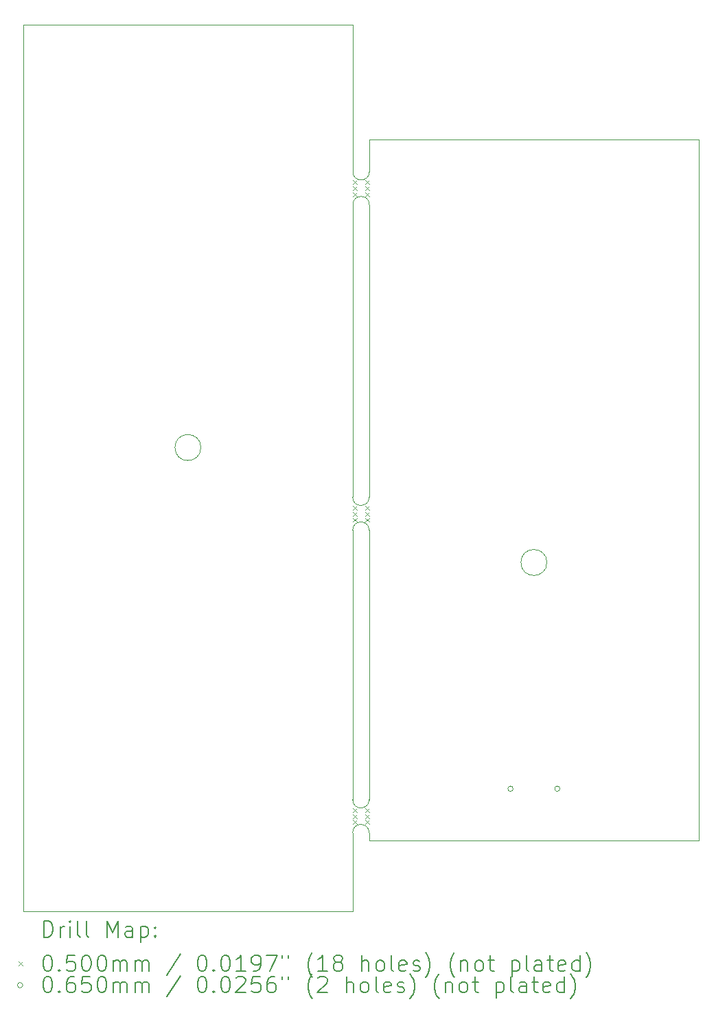
<source format=gbr>
%TF.GenerationSoftware,KiCad,Pcbnew,7.0.9*%
%TF.CreationDate,2023-11-25T16:41:29+01:00*%
%TF.ProjectId,EuroPi-X,4575726f-5069-42d5-982e-6b696361645f,rev?*%
%TF.SameCoordinates,Original*%
%TF.FileFunction,Drillmap*%
%TF.FilePolarity,Positive*%
%FSLAX45Y45*%
G04 Gerber Fmt 4.5, Leading zero omitted, Abs format (unit mm)*
G04 Created by KiCad (PCBNEW 7.0.9) date 2023-11-25 16:41:29*
%MOMM*%
%LPD*%
G01*
G04 APERTURE LIST*
%ADD10C,0.100000*%
%ADD11C,0.200000*%
G04 APERTURE END LIST*
D10*
X4269740Y-1808480D02*
X4267200Y-1416200D01*
X4066540Y-1808480D02*
X4064000Y0D01*
X4064000Y-6225540D02*
X4064000Y-9545320D01*
X4267200Y-9545320D02*
X4267200Y-6225540D01*
X4064000Y-9951720D02*
X4064000Y-10922000D01*
X4267200Y-10052200D02*
X4267200Y-9951720D01*
X4267200Y-9951720D02*
G75*
G03*
X4064000Y-9951720I-101600J0D01*
G01*
X4064000Y-9545320D02*
G75*
G03*
X4267200Y-9545320I101600J0D01*
G01*
X8331200Y-10052200D02*
X4267200Y-10052200D01*
X8331200Y-1416200D02*
X8331200Y-10052200D01*
X4267200Y-1416200D02*
X8331200Y-1416200D01*
X4269740Y-2214880D02*
X4267200Y-5819140D01*
X4066540Y-2214880D02*
X4064000Y-5819140D01*
X4064000Y-5819140D02*
G75*
G03*
X4267200Y-5819140I101600J0D01*
G01*
X4267200Y-6225540D02*
G75*
G03*
X4064000Y-6225540I-101600J0D01*
G01*
X4269740Y-2214880D02*
G75*
G03*
X4066540Y-2214880I-101600J0D01*
G01*
X4066540Y-1808480D02*
G75*
G03*
X4269740Y-1808480I101600J0D01*
G01*
X0Y-10922000D02*
X0Y0D01*
X6459200Y-6623200D02*
G75*
G03*
X6459200Y-6623200I-160000J0D01*
G01*
X2192000Y-5207000D02*
G75*
G03*
X2192000Y-5207000I-160000J0D01*
G01*
X0Y0D02*
X4064000Y0D01*
X4064000Y-10922000D02*
X0Y-10922000D01*
D11*
D10*
X4065600Y-9648520D02*
X4115600Y-9698520D01*
X4115600Y-9648520D02*
X4065600Y-9698520D01*
X4065600Y-9723520D02*
X4115600Y-9773520D01*
X4115600Y-9723520D02*
X4065600Y-9773520D01*
X4065600Y-9798520D02*
X4115600Y-9848520D01*
X4115600Y-9798520D02*
X4065600Y-9848520D01*
X4066800Y-1915560D02*
X4116800Y-1965560D01*
X4116800Y-1915560D02*
X4066800Y-1965560D01*
X4066800Y-1990560D02*
X4116800Y-2040560D01*
X4116800Y-1990560D02*
X4066800Y-2040560D01*
X4066800Y-2065560D02*
X4116800Y-2115560D01*
X4116800Y-2065560D02*
X4066800Y-2115560D01*
X4066800Y-5923680D02*
X4116800Y-5973680D01*
X4116800Y-5923680D02*
X4066800Y-5973680D01*
X4066800Y-5998680D02*
X4116800Y-6048680D01*
X4116800Y-5998680D02*
X4066800Y-6048680D01*
X4066800Y-6073680D02*
X4116800Y-6123680D01*
X4116800Y-6073680D02*
X4066800Y-6123680D01*
X4215600Y-9648520D02*
X4265600Y-9698520D01*
X4265600Y-9648520D02*
X4215600Y-9698520D01*
X4215600Y-9723520D02*
X4265600Y-9773520D01*
X4265600Y-9723520D02*
X4215600Y-9773520D01*
X4215600Y-9798520D02*
X4265600Y-9848520D01*
X4265600Y-9798520D02*
X4215600Y-9848520D01*
X4216800Y-1915560D02*
X4266800Y-1965560D01*
X4266800Y-1915560D02*
X4216800Y-1965560D01*
X4216800Y-1990560D02*
X4266800Y-2040560D01*
X4266800Y-1990560D02*
X4216800Y-2040560D01*
X4216800Y-2065560D02*
X4266800Y-2115560D01*
X4266800Y-2065560D02*
X4216800Y-2115560D01*
X4216800Y-5923680D02*
X4266800Y-5973680D01*
X4266800Y-5923680D02*
X4216800Y-5973680D01*
X4216800Y-5998680D02*
X4266800Y-6048680D01*
X4266800Y-5998680D02*
X4216800Y-6048680D01*
X4216800Y-6073680D02*
X4266800Y-6123680D01*
X4266800Y-6073680D02*
X4216800Y-6123680D01*
X6042700Y-9410700D02*
G75*
G03*
X6042700Y-9410700I-32500J0D01*
G01*
X6620700Y-9410700D02*
G75*
G03*
X6620700Y-9410700I-32500J0D01*
G01*
D11*
X255777Y-11238484D02*
X255777Y-11038484D01*
X255777Y-11038484D02*
X303396Y-11038484D01*
X303396Y-11038484D02*
X331967Y-11048008D01*
X331967Y-11048008D02*
X351015Y-11067055D01*
X351015Y-11067055D02*
X360539Y-11086103D01*
X360539Y-11086103D02*
X370062Y-11124198D01*
X370062Y-11124198D02*
X370062Y-11152770D01*
X370062Y-11152770D02*
X360539Y-11190865D01*
X360539Y-11190865D02*
X351015Y-11209912D01*
X351015Y-11209912D02*
X331967Y-11228960D01*
X331967Y-11228960D02*
X303396Y-11238484D01*
X303396Y-11238484D02*
X255777Y-11238484D01*
X455777Y-11238484D02*
X455777Y-11105150D01*
X455777Y-11143246D02*
X465301Y-11124198D01*
X465301Y-11124198D02*
X474824Y-11114674D01*
X474824Y-11114674D02*
X493872Y-11105150D01*
X493872Y-11105150D02*
X512920Y-11105150D01*
X579586Y-11238484D02*
X579586Y-11105150D01*
X579586Y-11038484D02*
X570063Y-11048008D01*
X570063Y-11048008D02*
X579586Y-11057531D01*
X579586Y-11057531D02*
X589110Y-11048008D01*
X589110Y-11048008D02*
X579586Y-11038484D01*
X579586Y-11038484D02*
X579586Y-11057531D01*
X703396Y-11238484D02*
X684348Y-11228960D01*
X684348Y-11228960D02*
X674824Y-11209912D01*
X674824Y-11209912D02*
X674824Y-11038484D01*
X808158Y-11238484D02*
X789110Y-11228960D01*
X789110Y-11228960D02*
X779586Y-11209912D01*
X779586Y-11209912D02*
X779586Y-11038484D01*
X1036729Y-11238484D02*
X1036729Y-11038484D01*
X1036729Y-11038484D02*
X1103396Y-11181341D01*
X1103396Y-11181341D02*
X1170063Y-11038484D01*
X1170063Y-11038484D02*
X1170063Y-11238484D01*
X1351015Y-11238484D02*
X1351015Y-11133722D01*
X1351015Y-11133722D02*
X1341491Y-11114674D01*
X1341491Y-11114674D02*
X1322444Y-11105150D01*
X1322444Y-11105150D02*
X1284348Y-11105150D01*
X1284348Y-11105150D02*
X1265301Y-11114674D01*
X1351015Y-11228960D02*
X1331967Y-11238484D01*
X1331967Y-11238484D02*
X1284348Y-11238484D01*
X1284348Y-11238484D02*
X1265301Y-11228960D01*
X1265301Y-11228960D02*
X1255777Y-11209912D01*
X1255777Y-11209912D02*
X1255777Y-11190865D01*
X1255777Y-11190865D02*
X1265301Y-11171817D01*
X1265301Y-11171817D02*
X1284348Y-11162293D01*
X1284348Y-11162293D02*
X1331967Y-11162293D01*
X1331967Y-11162293D02*
X1351015Y-11152770D01*
X1446253Y-11105150D02*
X1446253Y-11305150D01*
X1446253Y-11114674D02*
X1465301Y-11105150D01*
X1465301Y-11105150D02*
X1503396Y-11105150D01*
X1503396Y-11105150D02*
X1522443Y-11114674D01*
X1522443Y-11114674D02*
X1531967Y-11124198D01*
X1531967Y-11124198D02*
X1541491Y-11143246D01*
X1541491Y-11143246D02*
X1541491Y-11200388D01*
X1541491Y-11200388D02*
X1531967Y-11219436D01*
X1531967Y-11219436D02*
X1522443Y-11228960D01*
X1522443Y-11228960D02*
X1503396Y-11238484D01*
X1503396Y-11238484D02*
X1465301Y-11238484D01*
X1465301Y-11238484D02*
X1446253Y-11228960D01*
X1627205Y-11219436D02*
X1636729Y-11228960D01*
X1636729Y-11228960D02*
X1627205Y-11238484D01*
X1627205Y-11238484D02*
X1617682Y-11228960D01*
X1617682Y-11228960D02*
X1627205Y-11219436D01*
X1627205Y-11219436D02*
X1627205Y-11238484D01*
X1627205Y-11114674D02*
X1636729Y-11124198D01*
X1636729Y-11124198D02*
X1627205Y-11133722D01*
X1627205Y-11133722D02*
X1617682Y-11124198D01*
X1617682Y-11124198D02*
X1627205Y-11114674D01*
X1627205Y-11114674D02*
X1627205Y-11133722D01*
D10*
X-55000Y-11542000D02*
X-5000Y-11592000D01*
X-5000Y-11542000D02*
X-55000Y-11592000D01*
D11*
X293872Y-11458484D02*
X312920Y-11458484D01*
X312920Y-11458484D02*
X331967Y-11468008D01*
X331967Y-11468008D02*
X341491Y-11477531D01*
X341491Y-11477531D02*
X351015Y-11496579D01*
X351015Y-11496579D02*
X360539Y-11534674D01*
X360539Y-11534674D02*
X360539Y-11582293D01*
X360539Y-11582293D02*
X351015Y-11620388D01*
X351015Y-11620388D02*
X341491Y-11639436D01*
X341491Y-11639436D02*
X331967Y-11648960D01*
X331967Y-11648960D02*
X312920Y-11658484D01*
X312920Y-11658484D02*
X293872Y-11658484D01*
X293872Y-11658484D02*
X274824Y-11648960D01*
X274824Y-11648960D02*
X265301Y-11639436D01*
X265301Y-11639436D02*
X255777Y-11620388D01*
X255777Y-11620388D02*
X246253Y-11582293D01*
X246253Y-11582293D02*
X246253Y-11534674D01*
X246253Y-11534674D02*
X255777Y-11496579D01*
X255777Y-11496579D02*
X265301Y-11477531D01*
X265301Y-11477531D02*
X274824Y-11468008D01*
X274824Y-11468008D02*
X293872Y-11458484D01*
X446253Y-11639436D02*
X455777Y-11648960D01*
X455777Y-11648960D02*
X446253Y-11658484D01*
X446253Y-11658484D02*
X436729Y-11648960D01*
X436729Y-11648960D02*
X446253Y-11639436D01*
X446253Y-11639436D02*
X446253Y-11658484D01*
X636729Y-11458484D02*
X541491Y-11458484D01*
X541491Y-11458484D02*
X531967Y-11553722D01*
X531967Y-11553722D02*
X541491Y-11544198D01*
X541491Y-11544198D02*
X560539Y-11534674D01*
X560539Y-11534674D02*
X608158Y-11534674D01*
X608158Y-11534674D02*
X627205Y-11544198D01*
X627205Y-11544198D02*
X636729Y-11553722D01*
X636729Y-11553722D02*
X646253Y-11572769D01*
X646253Y-11572769D02*
X646253Y-11620388D01*
X646253Y-11620388D02*
X636729Y-11639436D01*
X636729Y-11639436D02*
X627205Y-11648960D01*
X627205Y-11648960D02*
X608158Y-11658484D01*
X608158Y-11658484D02*
X560539Y-11658484D01*
X560539Y-11658484D02*
X541491Y-11648960D01*
X541491Y-11648960D02*
X531967Y-11639436D01*
X770062Y-11458484D02*
X789110Y-11458484D01*
X789110Y-11458484D02*
X808158Y-11468008D01*
X808158Y-11468008D02*
X817682Y-11477531D01*
X817682Y-11477531D02*
X827205Y-11496579D01*
X827205Y-11496579D02*
X836729Y-11534674D01*
X836729Y-11534674D02*
X836729Y-11582293D01*
X836729Y-11582293D02*
X827205Y-11620388D01*
X827205Y-11620388D02*
X817682Y-11639436D01*
X817682Y-11639436D02*
X808158Y-11648960D01*
X808158Y-11648960D02*
X789110Y-11658484D01*
X789110Y-11658484D02*
X770062Y-11658484D01*
X770062Y-11658484D02*
X751015Y-11648960D01*
X751015Y-11648960D02*
X741491Y-11639436D01*
X741491Y-11639436D02*
X731967Y-11620388D01*
X731967Y-11620388D02*
X722443Y-11582293D01*
X722443Y-11582293D02*
X722443Y-11534674D01*
X722443Y-11534674D02*
X731967Y-11496579D01*
X731967Y-11496579D02*
X741491Y-11477531D01*
X741491Y-11477531D02*
X751015Y-11468008D01*
X751015Y-11468008D02*
X770062Y-11458484D01*
X960539Y-11458484D02*
X979586Y-11458484D01*
X979586Y-11458484D02*
X998634Y-11468008D01*
X998634Y-11468008D02*
X1008158Y-11477531D01*
X1008158Y-11477531D02*
X1017682Y-11496579D01*
X1017682Y-11496579D02*
X1027205Y-11534674D01*
X1027205Y-11534674D02*
X1027205Y-11582293D01*
X1027205Y-11582293D02*
X1017682Y-11620388D01*
X1017682Y-11620388D02*
X1008158Y-11639436D01*
X1008158Y-11639436D02*
X998634Y-11648960D01*
X998634Y-11648960D02*
X979586Y-11658484D01*
X979586Y-11658484D02*
X960539Y-11658484D01*
X960539Y-11658484D02*
X941491Y-11648960D01*
X941491Y-11648960D02*
X931967Y-11639436D01*
X931967Y-11639436D02*
X922443Y-11620388D01*
X922443Y-11620388D02*
X912920Y-11582293D01*
X912920Y-11582293D02*
X912920Y-11534674D01*
X912920Y-11534674D02*
X922443Y-11496579D01*
X922443Y-11496579D02*
X931967Y-11477531D01*
X931967Y-11477531D02*
X941491Y-11468008D01*
X941491Y-11468008D02*
X960539Y-11458484D01*
X1112920Y-11658484D02*
X1112920Y-11525150D01*
X1112920Y-11544198D02*
X1122444Y-11534674D01*
X1122444Y-11534674D02*
X1141491Y-11525150D01*
X1141491Y-11525150D02*
X1170063Y-11525150D01*
X1170063Y-11525150D02*
X1189110Y-11534674D01*
X1189110Y-11534674D02*
X1198634Y-11553722D01*
X1198634Y-11553722D02*
X1198634Y-11658484D01*
X1198634Y-11553722D02*
X1208158Y-11534674D01*
X1208158Y-11534674D02*
X1227205Y-11525150D01*
X1227205Y-11525150D02*
X1255777Y-11525150D01*
X1255777Y-11525150D02*
X1274825Y-11534674D01*
X1274825Y-11534674D02*
X1284348Y-11553722D01*
X1284348Y-11553722D02*
X1284348Y-11658484D01*
X1379586Y-11658484D02*
X1379586Y-11525150D01*
X1379586Y-11544198D02*
X1389110Y-11534674D01*
X1389110Y-11534674D02*
X1408158Y-11525150D01*
X1408158Y-11525150D02*
X1436729Y-11525150D01*
X1436729Y-11525150D02*
X1455777Y-11534674D01*
X1455777Y-11534674D02*
X1465301Y-11553722D01*
X1465301Y-11553722D02*
X1465301Y-11658484D01*
X1465301Y-11553722D02*
X1474824Y-11534674D01*
X1474824Y-11534674D02*
X1493872Y-11525150D01*
X1493872Y-11525150D02*
X1522443Y-11525150D01*
X1522443Y-11525150D02*
X1541491Y-11534674D01*
X1541491Y-11534674D02*
X1551015Y-11553722D01*
X1551015Y-11553722D02*
X1551015Y-11658484D01*
X1941491Y-11448960D02*
X1770063Y-11706103D01*
X2198634Y-11458484D02*
X2217682Y-11458484D01*
X2217682Y-11458484D02*
X2236729Y-11468008D01*
X2236729Y-11468008D02*
X2246253Y-11477531D01*
X2246253Y-11477531D02*
X2255777Y-11496579D01*
X2255777Y-11496579D02*
X2265301Y-11534674D01*
X2265301Y-11534674D02*
X2265301Y-11582293D01*
X2265301Y-11582293D02*
X2255777Y-11620388D01*
X2255777Y-11620388D02*
X2246253Y-11639436D01*
X2246253Y-11639436D02*
X2236729Y-11648960D01*
X2236729Y-11648960D02*
X2217682Y-11658484D01*
X2217682Y-11658484D02*
X2198634Y-11658484D01*
X2198634Y-11658484D02*
X2179587Y-11648960D01*
X2179587Y-11648960D02*
X2170063Y-11639436D01*
X2170063Y-11639436D02*
X2160539Y-11620388D01*
X2160539Y-11620388D02*
X2151015Y-11582293D01*
X2151015Y-11582293D02*
X2151015Y-11534674D01*
X2151015Y-11534674D02*
X2160539Y-11496579D01*
X2160539Y-11496579D02*
X2170063Y-11477531D01*
X2170063Y-11477531D02*
X2179587Y-11468008D01*
X2179587Y-11468008D02*
X2198634Y-11458484D01*
X2351015Y-11639436D02*
X2360539Y-11648960D01*
X2360539Y-11648960D02*
X2351015Y-11658484D01*
X2351015Y-11658484D02*
X2341491Y-11648960D01*
X2341491Y-11648960D02*
X2351015Y-11639436D01*
X2351015Y-11639436D02*
X2351015Y-11658484D01*
X2484348Y-11458484D02*
X2503396Y-11458484D01*
X2503396Y-11458484D02*
X2522444Y-11468008D01*
X2522444Y-11468008D02*
X2531968Y-11477531D01*
X2531968Y-11477531D02*
X2541491Y-11496579D01*
X2541491Y-11496579D02*
X2551015Y-11534674D01*
X2551015Y-11534674D02*
X2551015Y-11582293D01*
X2551015Y-11582293D02*
X2541491Y-11620388D01*
X2541491Y-11620388D02*
X2531968Y-11639436D01*
X2531968Y-11639436D02*
X2522444Y-11648960D01*
X2522444Y-11648960D02*
X2503396Y-11658484D01*
X2503396Y-11658484D02*
X2484348Y-11658484D01*
X2484348Y-11658484D02*
X2465301Y-11648960D01*
X2465301Y-11648960D02*
X2455777Y-11639436D01*
X2455777Y-11639436D02*
X2446253Y-11620388D01*
X2446253Y-11620388D02*
X2436729Y-11582293D01*
X2436729Y-11582293D02*
X2436729Y-11534674D01*
X2436729Y-11534674D02*
X2446253Y-11496579D01*
X2446253Y-11496579D02*
X2455777Y-11477531D01*
X2455777Y-11477531D02*
X2465301Y-11468008D01*
X2465301Y-11468008D02*
X2484348Y-11458484D01*
X2741491Y-11658484D02*
X2627206Y-11658484D01*
X2684348Y-11658484D02*
X2684348Y-11458484D01*
X2684348Y-11458484D02*
X2665301Y-11487055D01*
X2665301Y-11487055D02*
X2646253Y-11506103D01*
X2646253Y-11506103D02*
X2627206Y-11515627D01*
X2836729Y-11658484D02*
X2874825Y-11658484D01*
X2874825Y-11658484D02*
X2893872Y-11648960D01*
X2893872Y-11648960D02*
X2903396Y-11639436D01*
X2903396Y-11639436D02*
X2922444Y-11610865D01*
X2922444Y-11610865D02*
X2931967Y-11572769D01*
X2931967Y-11572769D02*
X2931967Y-11496579D01*
X2931967Y-11496579D02*
X2922444Y-11477531D01*
X2922444Y-11477531D02*
X2912920Y-11468008D01*
X2912920Y-11468008D02*
X2893872Y-11458484D01*
X2893872Y-11458484D02*
X2855777Y-11458484D01*
X2855777Y-11458484D02*
X2836729Y-11468008D01*
X2836729Y-11468008D02*
X2827206Y-11477531D01*
X2827206Y-11477531D02*
X2817682Y-11496579D01*
X2817682Y-11496579D02*
X2817682Y-11544198D01*
X2817682Y-11544198D02*
X2827206Y-11563246D01*
X2827206Y-11563246D02*
X2836729Y-11572769D01*
X2836729Y-11572769D02*
X2855777Y-11582293D01*
X2855777Y-11582293D02*
X2893872Y-11582293D01*
X2893872Y-11582293D02*
X2912920Y-11572769D01*
X2912920Y-11572769D02*
X2922444Y-11563246D01*
X2922444Y-11563246D02*
X2931967Y-11544198D01*
X2998634Y-11458484D02*
X3131967Y-11458484D01*
X3131967Y-11458484D02*
X3046253Y-11658484D01*
X3198634Y-11458484D02*
X3198634Y-11496579D01*
X3274825Y-11458484D02*
X3274825Y-11496579D01*
X3570063Y-11734674D02*
X3560539Y-11725150D01*
X3560539Y-11725150D02*
X3541491Y-11696579D01*
X3541491Y-11696579D02*
X3531968Y-11677531D01*
X3531968Y-11677531D02*
X3522444Y-11648960D01*
X3522444Y-11648960D02*
X3512920Y-11601341D01*
X3512920Y-11601341D02*
X3512920Y-11563246D01*
X3512920Y-11563246D02*
X3522444Y-11515627D01*
X3522444Y-11515627D02*
X3531968Y-11487055D01*
X3531968Y-11487055D02*
X3541491Y-11468008D01*
X3541491Y-11468008D02*
X3560539Y-11439436D01*
X3560539Y-11439436D02*
X3570063Y-11429912D01*
X3751015Y-11658484D02*
X3636729Y-11658484D01*
X3693872Y-11658484D02*
X3693872Y-11458484D01*
X3693872Y-11458484D02*
X3674825Y-11487055D01*
X3674825Y-11487055D02*
X3655777Y-11506103D01*
X3655777Y-11506103D02*
X3636729Y-11515627D01*
X3865301Y-11544198D02*
X3846253Y-11534674D01*
X3846253Y-11534674D02*
X3836729Y-11525150D01*
X3836729Y-11525150D02*
X3827206Y-11506103D01*
X3827206Y-11506103D02*
X3827206Y-11496579D01*
X3827206Y-11496579D02*
X3836729Y-11477531D01*
X3836729Y-11477531D02*
X3846253Y-11468008D01*
X3846253Y-11468008D02*
X3865301Y-11458484D01*
X3865301Y-11458484D02*
X3903396Y-11458484D01*
X3903396Y-11458484D02*
X3922444Y-11468008D01*
X3922444Y-11468008D02*
X3931968Y-11477531D01*
X3931968Y-11477531D02*
X3941491Y-11496579D01*
X3941491Y-11496579D02*
X3941491Y-11506103D01*
X3941491Y-11506103D02*
X3931968Y-11525150D01*
X3931968Y-11525150D02*
X3922444Y-11534674D01*
X3922444Y-11534674D02*
X3903396Y-11544198D01*
X3903396Y-11544198D02*
X3865301Y-11544198D01*
X3865301Y-11544198D02*
X3846253Y-11553722D01*
X3846253Y-11553722D02*
X3836729Y-11563246D01*
X3836729Y-11563246D02*
X3827206Y-11582293D01*
X3827206Y-11582293D02*
X3827206Y-11620388D01*
X3827206Y-11620388D02*
X3836729Y-11639436D01*
X3836729Y-11639436D02*
X3846253Y-11648960D01*
X3846253Y-11648960D02*
X3865301Y-11658484D01*
X3865301Y-11658484D02*
X3903396Y-11658484D01*
X3903396Y-11658484D02*
X3922444Y-11648960D01*
X3922444Y-11648960D02*
X3931968Y-11639436D01*
X3931968Y-11639436D02*
X3941491Y-11620388D01*
X3941491Y-11620388D02*
X3941491Y-11582293D01*
X3941491Y-11582293D02*
X3931968Y-11563246D01*
X3931968Y-11563246D02*
X3922444Y-11553722D01*
X3922444Y-11553722D02*
X3903396Y-11544198D01*
X4179587Y-11658484D02*
X4179587Y-11458484D01*
X4265301Y-11658484D02*
X4265301Y-11553722D01*
X4265301Y-11553722D02*
X4255777Y-11534674D01*
X4255777Y-11534674D02*
X4236730Y-11525150D01*
X4236730Y-11525150D02*
X4208158Y-11525150D01*
X4208158Y-11525150D02*
X4189110Y-11534674D01*
X4189110Y-11534674D02*
X4179587Y-11544198D01*
X4389111Y-11658484D02*
X4370063Y-11648960D01*
X4370063Y-11648960D02*
X4360539Y-11639436D01*
X4360539Y-11639436D02*
X4351015Y-11620388D01*
X4351015Y-11620388D02*
X4351015Y-11563246D01*
X4351015Y-11563246D02*
X4360539Y-11544198D01*
X4360539Y-11544198D02*
X4370063Y-11534674D01*
X4370063Y-11534674D02*
X4389111Y-11525150D01*
X4389111Y-11525150D02*
X4417682Y-11525150D01*
X4417682Y-11525150D02*
X4436730Y-11534674D01*
X4436730Y-11534674D02*
X4446253Y-11544198D01*
X4446253Y-11544198D02*
X4455777Y-11563246D01*
X4455777Y-11563246D02*
X4455777Y-11620388D01*
X4455777Y-11620388D02*
X4446253Y-11639436D01*
X4446253Y-11639436D02*
X4436730Y-11648960D01*
X4436730Y-11648960D02*
X4417682Y-11658484D01*
X4417682Y-11658484D02*
X4389111Y-11658484D01*
X4570063Y-11658484D02*
X4551015Y-11648960D01*
X4551015Y-11648960D02*
X4541492Y-11629912D01*
X4541492Y-11629912D02*
X4541492Y-11458484D01*
X4722444Y-11648960D02*
X4703396Y-11658484D01*
X4703396Y-11658484D02*
X4665301Y-11658484D01*
X4665301Y-11658484D02*
X4646253Y-11648960D01*
X4646253Y-11648960D02*
X4636730Y-11629912D01*
X4636730Y-11629912D02*
X4636730Y-11553722D01*
X4636730Y-11553722D02*
X4646253Y-11534674D01*
X4646253Y-11534674D02*
X4665301Y-11525150D01*
X4665301Y-11525150D02*
X4703396Y-11525150D01*
X4703396Y-11525150D02*
X4722444Y-11534674D01*
X4722444Y-11534674D02*
X4731968Y-11553722D01*
X4731968Y-11553722D02*
X4731968Y-11572769D01*
X4731968Y-11572769D02*
X4636730Y-11591817D01*
X4808158Y-11648960D02*
X4827206Y-11658484D01*
X4827206Y-11658484D02*
X4865301Y-11658484D01*
X4865301Y-11658484D02*
X4884349Y-11648960D01*
X4884349Y-11648960D02*
X4893873Y-11629912D01*
X4893873Y-11629912D02*
X4893873Y-11620388D01*
X4893873Y-11620388D02*
X4884349Y-11601341D01*
X4884349Y-11601341D02*
X4865301Y-11591817D01*
X4865301Y-11591817D02*
X4836730Y-11591817D01*
X4836730Y-11591817D02*
X4817682Y-11582293D01*
X4817682Y-11582293D02*
X4808158Y-11563246D01*
X4808158Y-11563246D02*
X4808158Y-11553722D01*
X4808158Y-11553722D02*
X4817682Y-11534674D01*
X4817682Y-11534674D02*
X4836730Y-11525150D01*
X4836730Y-11525150D02*
X4865301Y-11525150D01*
X4865301Y-11525150D02*
X4884349Y-11534674D01*
X4960539Y-11734674D02*
X4970063Y-11725150D01*
X4970063Y-11725150D02*
X4989111Y-11696579D01*
X4989111Y-11696579D02*
X4998634Y-11677531D01*
X4998634Y-11677531D02*
X5008158Y-11648960D01*
X5008158Y-11648960D02*
X5017682Y-11601341D01*
X5017682Y-11601341D02*
X5017682Y-11563246D01*
X5017682Y-11563246D02*
X5008158Y-11515627D01*
X5008158Y-11515627D02*
X4998634Y-11487055D01*
X4998634Y-11487055D02*
X4989111Y-11468008D01*
X4989111Y-11468008D02*
X4970063Y-11439436D01*
X4970063Y-11439436D02*
X4960539Y-11429912D01*
X5322444Y-11734674D02*
X5312920Y-11725150D01*
X5312920Y-11725150D02*
X5293873Y-11696579D01*
X5293873Y-11696579D02*
X5284349Y-11677531D01*
X5284349Y-11677531D02*
X5274825Y-11648960D01*
X5274825Y-11648960D02*
X5265301Y-11601341D01*
X5265301Y-11601341D02*
X5265301Y-11563246D01*
X5265301Y-11563246D02*
X5274825Y-11515627D01*
X5274825Y-11515627D02*
X5284349Y-11487055D01*
X5284349Y-11487055D02*
X5293873Y-11468008D01*
X5293873Y-11468008D02*
X5312920Y-11439436D01*
X5312920Y-11439436D02*
X5322444Y-11429912D01*
X5398634Y-11525150D02*
X5398634Y-11658484D01*
X5398634Y-11544198D02*
X5408158Y-11534674D01*
X5408158Y-11534674D02*
X5427206Y-11525150D01*
X5427206Y-11525150D02*
X5455777Y-11525150D01*
X5455777Y-11525150D02*
X5474825Y-11534674D01*
X5474825Y-11534674D02*
X5484349Y-11553722D01*
X5484349Y-11553722D02*
X5484349Y-11658484D01*
X5608158Y-11658484D02*
X5589111Y-11648960D01*
X5589111Y-11648960D02*
X5579587Y-11639436D01*
X5579587Y-11639436D02*
X5570063Y-11620388D01*
X5570063Y-11620388D02*
X5570063Y-11563246D01*
X5570063Y-11563246D02*
X5579587Y-11544198D01*
X5579587Y-11544198D02*
X5589111Y-11534674D01*
X5589111Y-11534674D02*
X5608158Y-11525150D01*
X5608158Y-11525150D02*
X5636730Y-11525150D01*
X5636730Y-11525150D02*
X5655777Y-11534674D01*
X5655777Y-11534674D02*
X5665301Y-11544198D01*
X5665301Y-11544198D02*
X5674825Y-11563246D01*
X5674825Y-11563246D02*
X5674825Y-11620388D01*
X5674825Y-11620388D02*
X5665301Y-11639436D01*
X5665301Y-11639436D02*
X5655777Y-11648960D01*
X5655777Y-11648960D02*
X5636730Y-11658484D01*
X5636730Y-11658484D02*
X5608158Y-11658484D01*
X5731968Y-11525150D02*
X5808158Y-11525150D01*
X5760539Y-11458484D02*
X5760539Y-11629912D01*
X5760539Y-11629912D02*
X5770063Y-11648960D01*
X5770063Y-11648960D02*
X5789111Y-11658484D01*
X5789111Y-11658484D02*
X5808158Y-11658484D01*
X6027206Y-11525150D02*
X6027206Y-11725150D01*
X6027206Y-11534674D02*
X6046253Y-11525150D01*
X6046253Y-11525150D02*
X6084349Y-11525150D01*
X6084349Y-11525150D02*
X6103396Y-11534674D01*
X6103396Y-11534674D02*
X6112920Y-11544198D01*
X6112920Y-11544198D02*
X6122444Y-11563246D01*
X6122444Y-11563246D02*
X6122444Y-11620388D01*
X6122444Y-11620388D02*
X6112920Y-11639436D01*
X6112920Y-11639436D02*
X6103396Y-11648960D01*
X6103396Y-11648960D02*
X6084349Y-11658484D01*
X6084349Y-11658484D02*
X6046253Y-11658484D01*
X6046253Y-11658484D02*
X6027206Y-11648960D01*
X6236730Y-11658484D02*
X6217682Y-11648960D01*
X6217682Y-11648960D02*
X6208158Y-11629912D01*
X6208158Y-11629912D02*
X6208158Y-11458484D01*
X6398634Y-11658484D02*
X6398634Y-11553722D01*
X6398634Y-11553722D02*
X6389111Y-11534674D01*
X6389111Y-11534674D02*
X6370063Y-11525150D01*
X6370063Y-11525150D02*
X6331968Y-11525150D01*
X6331968Y-11525150D02*
X6312920Y-11534674D01*
X6398634Y-11648960D02*
X6379587Y-11658484D01*
X6379587Y-11658484D02*
X6331968Y-11658484D01*
X6331968Y-11658484D02*
X6312920Y-11648960D01*
X6312920Y-11648960D02*
X6303396Y-11629912D01*
X6303396Y-11629912D02*
X6303396Y-11610865D01*
X6303396Y-11610865D02*
X6312920Y-11591817D01*
X6312920Y-11591817D02*
X6331968Y-11582293D01*
X6331968Y-11582293D02*
X6379587Y-11582293D01*
X6379587Y-11582293D02*
X6398634Y-11572769D01*
X6465301Y-11525150D02*
X6541492Y-11525150D01*
X6493873Y-11458484D02*
X6493873Y-11629912D01*
X6493873Y-11629912D02*
X6503396Y-11648960D01*
X6503396Y-11648960D02*
X6522444Y-11658484D01*
X6522444Y-11658484D02*
X6541492Y-11658484D01*
X6684349Y-11648960D02*
X6665301Y-11658484D01*
X6665301Y-11658484D02*
X6627206Y-11658484D01*
X6627206Y-11658484D02*
X6608158Y-11648960D01*
X6608158Y-11648960D02*
X6598634Y-11629912D01*
X6598634Y-11629912D02*
X6598634Y-11553722D01*
X6598634Y-11553722D02*
X6608158Y-11534674D01*
X6608158Y-11534674D02*
X6627206Y-11525150D01*
X6627206Y-11525150D02*
X6665301Y-11525150D01*
X6665301Y-11525150D02*
X6684349Y-11534674D01*
X6684349Y-11534674D02*
X6693873Y-11553722D01*
X6693873Y-11553722D02*
X6693873Y-11572769D01*
X6693873Y-11572769D02*
X6598634Y-11591817D01*
X6865301Y-11658484D02*
X6865301Y-11458484D01*
X6865301Y-11648960D02*
X6846254Y-11658484D01*
X6846254Y-11658484D02*
X6808158Y-11658484D01*
X6808158Y-11658484D02*
X6789111Y-11648960D01*
X6789111Y-11648960D02*
X6779587Y-11639436D01*
X6779587Y-11639436D02*
X6770063Y-11620388D01*
X6770063Y-11620388D02*
X6770063Y-11563246D01*
X6770063Y-11563246D02*
X6779587Y-11544198D01*
X6779587Y-11544198D02*
X6789111Y-11534674D01*
X6789111Y-11534674D02*
X6808158Y-11525150D01*
X6808158Y-11525150D02*
X6846254Y-11525150D01*
X6846254Y-11525150D02*
X6865301Y-11534674D01*
X6941492Y-11734674D02*
X6951015Y-11725150D01*
X6951015Y-11725150D02*
X6970063Y-11696579D01*
X6970063Y-11696579D02*
X6979587Y-11677531D01*
X6979587Y-11677531D02*
X6989111Y-11648960D01*
X6989111Y-11648960D02*
X6998634Y-11601341D01*
X6998634Y-11601341D02*
X6998634Y-11563246D01*
X6998634Y-11563246D02*
X6989111Y-11515627D01*
X6989111Y-11515627D02*
X6979587Y-11487055D01*
X6979587Y-11487055D02*
X6970063Y-11468008D01*
X6970063Y-11468008D02*
X6951015Y-11439436D01*
X6951015Y-11439436D02*
X6941492Y-11429912D01*
D10*
X-5000Y-11831000D02*
G75*
G03*
X-5000Y-11831000I-32500J0D01*
G01*
D11*
X293872Y-11722484D02*
X312920Y-11722484D01*
X312920Y-11722484D02*
X331967Y-11732008D01*
X331967Y-11732008D02*
X341491Y-11741531D01*
X341491Y-11741531D02*
X351015Y-11760579D01*
X351015Y-11760579D02*
X360539Y-11798674D01*
X360539Y-11798674D02*
X360539Y-11846293D01*
X360539Y-11846293D02*
X351015Y-11884388D01*
X351015Y-11884388D02*
X341491Y-11903436D01*
X341491Y-11903436D02*
X331967Y-11912960D01*
X331967Y-11912960D02*
X312920Y-11922484D01*
X312920Y-11922484D02*
X293872Y-11922484D01*
X293872Y-11922484D02*
X274824Y-11912960D01*
X274824Y-11912960D02*
X265301Y-11903436D01*
X265301Y-11903436D02*
X255777Y-11884388D01*
X255777Y-11884388D02*
X246253Y-11846293D01*
X246253Y-11846293D02*
X246253Y-11798674D01*
X246253Y-11798674D02*
X255777Y-11760579D01*
X255777Y-11760579D02*
X265301Y-11741531D01*
X265301Y-11741531D02*
X274824Y-11732008D01*
X274824Y-11732008D02*
X293872Y-11722484D01*
X446253Y-11903436D02*
X455777Y-11912960D01*
X455777Y-11912960D02*
X446253Y-11922484D01*
X446253Y-11922484D02*
X436729Y-11912960D01*
X436729Y-11912960D02*
X446253Y-11903436D01*
X446253Y-11903436D02*
X446253Y-11922484D01*
X627205Y-11722484D02*
X589110Y-11722484D01*
X589110Y-11722484D02*
X570063Y-11732008D01*
X570063Y-11732008D02*
X560539Y-11741531D01*
X560539Y-11741531D02*
X541491Y-11770103D01*
X541491Y-11770103D02*
X531967Y-11808198D01*
X531967Y-11808198D02*
X531967Y-11884388D01*
X531967Y-11884388D02*
X541491Y-11903436D01*
X541491Y-11903436D02*
X551015Y-11912960D01*
X551015Y-11912960D02*
X570063Y-11922484D01*
X570063Y-11922484D02*
X608158Y-11922484D01*
X608158Y-11922484D02*
X627205Y-11912960D01*
X627205Y-11912960D02*
X636729Y-11903436D01*
X636729Y-11903436D02*
X646253Y-11884388D01*
X646253Y-11884388D02*
X646253Y-11836769D01*
X646253Y-11836769D02*
X636729Y-11817722D01*
X636729Y-11817722D02*
X627205Y-11808198D01*
X627205Y-11808198D02*
X608158Y-11798674D01*
X608158Y-11798674D02*
X570063Y-11798674D01*
X570063Y-11798674D02*
X551015Y-11808198D01*
X551015Y-11808198D02*
X541491Y-11817722D01*
X541491Y-11817722D02*
X531967Y-11836769D01*
X827205Y-11722484D02*
X731967Y-11722484D01*
X731967Y-11722484D02*
X722443Y-11817722D01*
X722443Y-11817722D02*
X731967Y-11808198D01*
X731967Y-11808198D02*
X751015Y-11798674D01*
X751015Y-11798674D02*
X798634Y-11798674D01*
X798634Y-11798674D02*
X817682Y-11808198D01*
X817682Y-11808198D02*
X827205Y-11817722D01*
X827205Y-11817722D02*
X836729Y-11836769D01*
X836729Y-11836769D02*
X836729Y-11884388D01*
X836729Y-11884388D02*
X827205Y-11903436D01*
X827205Y-11903436D02*
X817682Y-11912960D01*
X817682Y-11912960D02*
X798634Y-11922484D01*
X798634Y-11922484D02*
X751015Y-11922484D01*
X751015Y-11922484D02*
X731967Y-11912960D01*
X731967Y-11912960D02*
X722443Y-11903436D01*
X960539Y-11722484D02*
X979586Y-11722484D01*
X979586Y-11722484D02*
X998634Y-11732008D01*
X998634Y-11732008D02*
X1008158Y-11741531D01*
X1008158Y-11741531D02*
X1017682Y-11760579D01*
X1017682Y-11760579D02*
X1027205Y-11798674D01*
X1027205Y-11798674D02*
X1027205Y-11846293D01*
X1027205Y-11846293D02*
X1017682Y-11884388D01*
X1017682Y-11884388D02*
X1008158Y-11903436D01*
X1008158Y-11903436D02*
X998634Y-11912960D01*
X998634Y-11912960D02*
X979586Y-11922484D01*
X979586Y-11922484D02*
X960539Y-11922484D01*
X960539Y-11922484D02*
X941491Y-11912960D01*
X941491Y-11912960D02*
X931967Y-11903436D01*
X931967Y-11903436D02*
X922443Y-11884388D01*
X922443Y-11884388D02*
X912920Y-11846293D01*
X912920Y-11846293D02*
X912920Y-11798674D01*
X912920Y-11798674D02*
X922443Y-11760579D01*
X922443Y-11760579D02*
X931967Y-11741531D01*
X931967Y-11741531D02*
X941491Y-11732008D01*
X941491Y-11732008D02*
X960539Y-11722484D01*
X1112920Y-11922484D02*
X1112920Y-11789150D01*
X1112920Y-11808198D02*
X1122444Y-11798674D01*
X1122444Y-11798674D02*
X1141491Y-11789150D01*
X1141491Y-11789150D02*
X1170063Y-11789150D01*
X1170063Y-11789150D02*
X1189110Y-11798674D01*
X1189110Y-11798674D02*
X1198634Y-11817722D01*
X1198634Y-11817722D02*
X1198634Y-11922484D01*
X1198634Y-11817722D02*
X1208158Y-11798674D01*
X1208158Y-11798674D02*
X1227205Y-11789150D01*
X1227205Y-11789150D02*
X1255777Y-11789150D01*
X1255777Y-11789150D02*
X1274825Y-11798674D01*
X1274825Y-11798674D02*
X1284348Y-11817722D01*
X1284348Y-11817722D02*
X1284348Y-11922484D01*
X1379586Y-11922484D02*
X1379586Y-11789150D01*
X1379586Y-11808198D02*
X1389110Y-11798674D01*
X1389110Y-11798674D02*
X1408158Y-11789150D01*
X1408158Y-11789150D02*
X1436729Y-11789150D01*
X1436729Y-11789150D02*
X1455777Y-11798674D01*
X1455777Y-11798674D02*
X1465301Y-11817722D01*
X1465301Y-11817722D02*
X1465301Y-11922484D01*
X1465301Y-11817722D02*
X1474824Y-11798674D01*
X1474824Y-11798674D02*
X1493872Y-11789150D01*
X1493872Y-11789150D02*
X1522443Y-11789150D01*
X1522443Y-11789150D02*
X1541491Y-11798674D01*
X1541491Y-11798674D02*
X1551015Y-11817722D01*
X1551015Y-11817722D02*
X1551015Y-11922484D01*
X1941491Y-11712960D02*
X1770063Y-11970103D01*
X2198634Y-11722484D02*
X2217682Y-11722484D01*
X2217682Y-11722484D02*
X2236729Y-11732008D01*
X2236729Y-11732008D02*
X2246253Y-11741531D01*
X2246253Y-11741531D02*
X2255777Y-11760579D01*
X2255777Y-11760579D02*
X2265301Y-11798674D01*
X2265301Y-11798674D02*
X2265301Y-11846293D01*
X2265301Y-11846293D02*
X2255777Y-11884388D01*
X2255777Y-11884388D02*
X2246253Y-11903436D01*
X2246253Y-11903436D02*
X2236729Y-11912960D01*
X2236729Y-11912960D02*
X2217682Y-11922484D01*
X2217682Y-11922484D02*
X2198634Y-11922484D01*
X2198634Y-11922484D02*
X2179587Y-11912960D01*
X2179587Y-11912960D02*
X2170063Y-11903436D01*
X2170063Y-11903436D02*
X2160539Y-11884388D01*
X2160539Y-11884388D02*
X2151015Y-11846293D01*
X2151015Y-11846293D02*
X2151015Y-11798674D01*
X2151015Y-11798674D02*
X2160539Y-11760579D01*
X2160539Y-11760579D02*
X2170063Y-11741531D01*
X2170063Y-11741531D02*
X2179587Y-11732008D01*
X2179587Y-11732008D02*
X2198634Y-11722484D01*
X2351015Y-11903436D02*
X2360539Y-11912960D01*
X2360539Y-11912960D02*
X2351015Y-11922484D01*
X2351015Y-11922484D02*
X2341491Y-11912960D01*
X2341491Y-11912960D02*
X2351015Y-11903436D01*
X2351015Y-11903436D02*
X2351015Y-11922484D01*
X2484348Y-11722484D02*
X2503396Y-11722484D01*
X2503396Y-11722484D02*
X2522444Y-11732008D01*
X2522444Y-11732008D02*
X2531968Y-11741531D01*
X2531968Y-11741531D02*
X2541491Y-11760579D01*
X2541491Y-11760579D02*
X2551015Y-11798674D01*
X2551015Y-11798674D02*
X2551015Y-11846293D01*
X2551015Y-11846293D02*
X2541491Y-11884388D01*
X2541491Y-11884388D02*
X2531968Y-11903436D01*
X2531968Y-11903436D02*
X2522444Y-11912960D01*
X2522444Y-11912960D02*
X2503396Y-11922484D01*
X2503396Y-11922484D02*
X2484348Y-11922484D01*
X2484348Y-11922484D02*
X2465301Y-11912960D01*
X2465301Y-11912960D02*
X2455777Y-11903436D01*
X2455777Y-11903436D02*
X2446253Y-11884388D01*
X2446253Y-11884388D02*
X2436729Y-11846293D01*
X2436729Y-11846293D02*
X2436729Y-11798674D01*
X2436729Y-11798674D02*
X2446253Y-11760579D01*
X2446253Y-11760579D02*
X2455777Y-11741531D01*
X2455777Y-11741531D02*
X2465301Y-11732008D01*
X2465301Y-11732008D02*
X2484348Y-11722484D01*
X2627206Y-11741531D02*
X2636729Y-11732008D01*
X2636729Y-11732008D02*
X2655777Y-11722484D01*
X2655777Y-11722484D02*
X2703396Y-11722484D01*
X2703396Y-11722484D02*
X2722444Y-11732008D01*
X2722444Y-11732008D02*
X2731968Y-11741531D01*
X2731968Y-11741531D02*
X2741491Y-11760579D01*
X2741491Y-11760579D02*
X2741491Y-11779627D01*
X2741491Y-11779627D02*
X2731968Y-11808198D01*
X2731968Y-11808198D02*
X2617682Y-11922484D01*
X2617682Y-11922484D02*
X2741491Y-11922484D01*
X2922444Y-11722484D02*
X2827206Y-11722484D01*
X2827206Y-11722484D02*
X2817682Y-11817722D01*
X2817682Y-11817722D02*
X2827206Y-11808198D01*
X2827206Y-11808198D02*
X2846253Y-11798674D01*
X2846253Y-11798674D02*
X2893872Y-11798674D01*
X2893872Y-11798674D02*
X2912920Y-11808198D01*
X2912920Y-11808198D02*
X2922444Y-11817722D01*
X2922444Y-11817722D02*
X2931967Y-11836769D01*
X2931967Y-11836769D02*
X2931967Y-11884388D01*
X2931967Y-11884388D02*
X2922444Y-11903436D01*
X2922444Y-11903436D02*
X2912920Y-11912960D01*
X2912920Y-11912960D02*
X2893872Y-11922484D01*
X2893872Y-11922484D02*
X2846253Y-11922484D01*
X2846253Y-11922484D02*
X2827206Y-11912960D01*
X2827206Y-11912960D02*
X2817682Y-11903436D01*
X3103396Y-11722484D02*
X3065301Y-11722484D01*
X3065301Y-11722484D02*
X3046253Y-11732008D01*
X3046253Y-11732008D02*
X3036729Y-11741531D01*
X3036729Y-11741531D02*
X3017682Y-11770103D01*
X3017682Y-11770103D02*
X3008158Y-11808198D01*
X3008158Y-11808198D02*
X3008158Y-11884388D01*
X3008158Y-11884388D02*
X3017682Y-11903436D01*
X3017682Y-11903436D02*
X3027206Y-11912960D01*
X3027206Y-11912960D02*
X3046253Y-11922484D01*
X3046253Y-11922484D02*
X3084348Y-11922484D01*
X3084348Y-11922484D02*
X3103396Y-11912960D01*
X3103396Y-11912960D02*
X3112920Y-11903436D01*
X3112920Y-11903436D02*
X3122444Y-11884388D01*
X3122444Y-11884388D02*
X3122444Y-11836769D01*
X3122444Y-11836769D02*
X3112920Y-11817722D01*
X3112920Y-11817722D02*
X3103396Y-11808198D01*
X3103396Y-11808198D02*
X3084348Y-11798674D01*
X3084348Y-11798674D02*
X3046253Y-11798674D01*
X3046253Y-11798674D02*
X3027206Y-11808198D01*
X3027206Y-11808198D02*
X3017682Y-11817722D01*
X3017682Y-11817722D02*
X3008158Y-11836769D01*
X3198634Y-11722484D02*
X3198634Y-11760579D01*
X3274825Y-11722484D02*
X3274825Y-11760579D01*
X3570063Y-11998674D02*
X3560539Y-11989150D01*
X3560539Y-11989150D02*
X3541491Y-11960579D01*
X3541491Y-11960579D02*
X3531968Y-11941531D01*
X3531968Y-11941531D02*
X3522444Y-11912960D01*
X3522444Y-11912960D02*
X3512920Y-11865341D01*
X3512920Y-11865341D02*
X3512920Y-11827246D01*
X3512920Y-11827246D02*
X3522444Y-11779627D01*
X3522444Y-11779627D02*
X3531968Y-11751055D01*
X3531968Y-11751055D02*
X3541491Y-11732008D01*
X3541491Y-11732008D02*
X3560539Y-11703436D01*
X3560539Y-11703436D02*
X3570063Y-11693912D01*
X3636729Y-11741531D02*
X3646253Y-11732008D01*
X3646253Y-11732008D02*
X3665301Y-11722484D01*
X3665301Y-11722484D02*
X3712920Y-11722484D01*
X3712920Y-11722484D02*
X3731968Y-11732008D01*
X3731968Y-11732008D02*
X3741491Y-11741531D01*
X3741491Y-11741531D02*
X3751015Y-11760579D01*
X3751015Y-11760579D02*
X3751015Y-11779627D01*
X3751015Y-11779627D02*
X3741491Y-11808198D01*
X3741491Y-11808198D02*
X3627206Y-11922484D01*
X3627206Y-11922484D02*
X3751015Y-11922484D01*
X3989110Y-11922484D02*
X3989110Y-11722484D01*
X4074825Y-11922484D02*
X4074825Y-11817722D01*
X4074825Y-11817722D02*
X4065301Y-11798674D01*
X4065301Y-11798674D02*
X4046253Y-11789150D01*
X4046253Y-11789150D02*
X4017682Y-11789150D01*
X4017682Y-11789150D02*
X3998634Y-11798674D01*
X3998634Y-11798674D02*
X3989110Y-11808198D01*
X4198634Y-11922484D02*
X4179587Y-11912960D01*
X4179587Y-11912960D02*
X4170063Y-11903436D01*
X4170063Y-11903436D02*
X4160539Y-11884388D01*
X4160539Y-11884388D02*
X4160539Y-11827246D01*
X4160539Y-11827246D02*
X4170063Y-11808198D01*
X4170063Y-11808198D02*
X4179587Y-11798674D01*
X4179587Y-11798674D02*
X4198634Y-11789150D01*
X4198634Y-11789150D02*
X4227206Y-11789150D01*
X4227206Y-11789150D02*
X4246253Y-11798674D01*
X4246253Y-11798674D02*
X4255777Y-11808198D01*
X4255777Y-11808198D02*
X4265301Y-11827246D01*
X4265301Y-11827246D02*
X4265301Y-11884388D01*
X4265301Y-11884388D02*
X4255777Y-11903436D01*
X4255777Y-11903436D02*
X4246253Y-11912960D01*
X4246253Y-11912960D02*
X4227206Y-11922484D01*
X4227206Y-11922484D02*
X4198634Y-11922484D01*
X4379587Y-11922484D02*
X4360539Y-11912960D01*
X4360539Y-11912960D02*
X4351015Y-11893912D01*
X4351015Y-11893912D02*
X4351015Y-11722484D01*
X4531968Y-11912960D02*
X4512920Y-11922484D01*
X4512920Y-11922484D02*
X4474825Y-11922484D01*
X4474825Y-11922484D02*
X4455777Y-11912960D01*
X4455777Y-11912960D02*
X4446253Y-11893912D01*
X4446253Y-11893912D02*
X4446253Y-11817722D01*
X4446253Y-11817722D02*
X4455777Y-11798674D01*
X4455777Y-11798674D02*
X4474825Y-11789150D01*
X4474825Y-11789150D02*
X4512920Y-11789150D01*
X4512920Y-11789150D02*
X4531968Y-11798674D01*
X4531968Y-11798674D02*
X4541492Y-11817722D01*
X4541492Y-11817722D02*
X4541492Y-11836769D01*
X4541492Y-11836769D02*
X4446253Y-11855817D01*
X4617682Y-11912960D02*
X4636730Y-11922484D01*
X4636730Y-11922484D02*
X4674825Y-11922484D01*
X4674825Y-11922484D02*
X4693873Y-11912960D01*
X4693873Y-11912960D02*
X4703396Y-11893912D01*
X4703396Y-11893912D02*
X4703396Y-11884388D01*
X4703396Y-11884388D02*
X4693873Y-11865341D01*
X4693873Y-11865341D02*
X4674825Y-11855817D01*
X4674825Y-11855817D02*
X4646253Y-11855817D01*
X4646253Y-11855817D02*
X4627206Y-11846293D01*
X4627206Y-11846293D02*
X4617682Y-11827246D01*
X4617682Y-11827246D02*
X4617682Y-11817722D01*
X4617682Y-11817722D02*
X4627206Y-11798674D01*
X4627206Y-11798674D02*
X4646253Y-11789150D01*
X4646253Y-11789150D02*
X4674825Y-11789150D01*
X4674825Y-11789150D02*
X4693873Y-11798674D01*
X4770063Y-11998674D02*
X4779587Y-11989150D01*
X4779587Y-11989150D02*
X4798634Y-11960579D01*
X4798634Y-11960579D02*
X4808158Y-11941531D01*
X4808158Y-11941531D02*
X4817682Y-11912960D01*
X4817682Y-11912960D02*
X4827206Y-11865341D01*
X4827206Y-11865341D02*
X4827206Y-11827246D01*
X4827206Y-11827246D02*
X4817682Y-11779627D01*
X4817682Y-11779627D02*
X4808158Y-11751055D01*
X4808158Y-11751055D02*
X4798634Y-11732008D01*
X4798634Y-11732008D02*
X4779587Y-11703436D01*
X4779587Y-11703436D02*
X4770063Y-11693912D01*
X5131968Y-11998674D02*
X5122444Y-11989150D01*
X5122444Y-11989150D02*
X5103396Y-11960579D01*
X5103396Y-11960579D02*
X5093873Y-11941531D01*
X5093873Y-11941531D02*
X5084349Y-11912960D01*
X5084349Y-11912960D02*
X5074825Y-11865341D01*
X5074825Y-11865341D02*
X5074825Y-11827246D01*
X5074825Y-11827246D02*
X5084349Y-11779627D01*
X5084349Y-11779627D02*
X5093873Y-11751055D01*
X5093873Y-11751055D02*
X5103396Y-11732008D01*
X5103396Y-11732008D02*
X5122444Y-11703436D01*
X5122444Y-11703436D02*
X5131968Y-11693912D01*
X5208158Y-11789150D02*
X5208158Y-11922484D01*
X5208158Y-11808198D02*
X5217682Y-11798674D01*
X5217682Y-11798674D02*
X5236730Y-11789150D01*
X5236730Y-11789150D02*
X5265301Y-11789150D01*
X5265301Y-11789150D02*
X5284349Y-11798674D01*
X5284349Y-11798674D02*
X5293873Y-11817722D01*
X5293873Y-11817722D02*
X5293873Y-11922484D01*
X5417682Y-11922484D02*
X5398634Y-11912960D01*
X5398634Y-11912960D02*
X5389111Y-11903436D01*
X5389111Y-11903436D02*
X5379587Y-11884388D01*
X5379587Y-11884388D02*
X5379587Y-11827246D01*
X5379587Y-11827246D02*
X5389111Y-11808198D01*
X5389111Y-11808198D02*
X5398634Y-11798674D01*
X5398634Y-11798674D02*
X5417682Y-11789150D01*
X5417682Y-11789150D02*
X5446254Y-11789150D01*
X5446254Y-11789150D02*
X5465301Y-11798674D01*
X5465301Y-11798674D02*
X5474825Y-11808198D01*
X5474825Y-11808198D02*
X5484349Y-11827246D01*
X5484349Y-11827246D02*
X5484349Y-11884388D01*
X5484349Y-11884388D02*
X5474825Y-11903436D01*
X5474825Y-11903436D02*
X5465301Y-11912960D01*
X5465301Y-11912960D02*
X5446254Y-11922484D01*
X5446254Y-11922484D02*
X5417682Y-11922484D01*
X5541492Y-11789150D02*
X5617682Y-11789150D01*
X5570063Y-11722484D02*
X5570063Y-11893912D01*
X5570063Y-11893912D02*
X5579587Y-11912960D01*
X5579587Y-11912960D02*
X5598634Y-11922484D01*
X5598634Y-11922484D02*
X5617682Y-11922484D01*
X5836730Y-11789150D02*
X5836730Y-11989150D01*
X5836730Y-11798674D02*
X5855777Y-11789150D01*
X5855777Y-11789150D02*
X5893873Y-11789150D01*
X5893873Y-11789150D02*
X5912920Y-11798674D01*
X5912920Y-11798674D02*
X5922444Y-11808198D01*
X5922444Y-11808198D02*
X5931968Y-11827246D01*
X5931968Y-11827246D02*
X5931968Y-11884388D01*
X5931968Y-11884388D02*
X5922444Y-11903436D01*
X5922444Y-11903436D02*
X5912920Y-11912960D01*
X5912920Y-11912960D02*
X5893873Y-11922484D01*
X5893873Y-11922484D02*
X5855777Y-11922484D01*
X5855777Y-11922484D02*
X5836730Y-11912960D01*
X6046253Y-11922484D02*
X6027206Y-11912960D01*
X6027206Y-11912960D02*
X6017682Y-11893912D01*
X6017682Y-11893912D02*
X6017682Y-11722484D01*
X6208158Y-11922484D02*
X6208158Y-11817722D01*
X6208158Y-11817722D02*
X6198634Y-11798674D01*
X6198634Y-11798674D02*
X6179587Y-11789150D01*
X6179587Y-11789150D02*
X6141492Y-11789150D01*
X6141492Y-11789150D02*
X6122444Y-11798674D01*
X6208158Y-11912960D02*
X6189111Y-11922484D01*
X6189111Y-11922484D02*
X6141492Y-11922484D01*
X6141492Y-11922484D02*
X6122444Y-11912960D01*
X6122444Y-11912960D02*
X6112920Y-11893912D01*
X6112920Y-11893912D02*
X6112920Y-11874865D01*
X6112920Y-11874865D02*
X6122444Y-11855817D01*
X6122444Y-11855817D02*
X6141492Y-11846293D01*
X6141492Y-11846293D02*
X6189111Y-11846293D01*
X6189111Y-11846293D02*
X6208158Y-11836769D01*
X6274825Y-11789150D02*
X6351015Y-11789150D01*
X6303396Y-11722484D02*
X6303396Y-11893912D01*
X6303396Y-11893912D02*
X6312920Y-11912960D01*
X6312920Y-11912960D02*
X6331968Y-11922484D01*
X6331968Y-11922484D02*
X6351015Y-11922484D01*
X6493873Y-11912960D02*
X6474825Y-11922484D01*
X6474825Y-11922484D02*
X6436730Y-11922484D01*
X6436730Y-11922484D02*
X6417682Y-11912960D01*
X6417682Y-11912960D02*
X6408158Y-11893912D01*
X6408158Y-11893912D02*
X6408158Y-11817722D01*
X6408158Y-11817722D02*
X6417682Y-11798674D01*
X6417682Y-11798674D02*
X6436730Y-11789150D01*
X6436730Y-11789150D02*
X6474825Y-11789150D01*
X6474825Y-11789150D02*
X6493873Y-11798674D01*
X6493873Y-11798674D02*
X6503396Y-11817722D01*
X6503396Y-11817722D02*
X6503396Y-11836769D01*
X6503396Y-11836769D02*
X6408158Y-11855817D01*
X6674825Y-11922484D02*
X6674825Y-11722484D01*
X6674825Y-11912960D02*
X6655777Y-11922484D01*
X6655777Y-11922484D02*
X6617682Y-11922484D01*
X6617682Y-11922484D02*
X6598634Y-11912960D01*
X6598634Y-11912960D02*
X6589111Y-11903436D01*
X6589111Y-11903436D02*
X6579587Y-11884388D01*
X6579587Y-11884388D02*
X6579587Y-11827246D01*
X6579587Y-11827246D02*
X6589111Y-11808198D01*
X6589111Y-11808198D02*
X6598634Y-11798674D01*
X6598634Y-11798674D02*
X6617682Y-11789150D01*
X6617682Y-11789150D02*
X6655777Y-11789150D01*
X6655777Y-11789150D02*
X6674825Y-11798674D01*
X6751015Y-11998674D02*
X6760539Y-11989150D01*
X6760539Y-11989150D02*
X6779587Y-11960579D01*
X6779587Y-11960579D02*
X6789111Y-11941531D01*
X6789111Y-11941531D02*
X6798634Y-11912960D01*
X6798634Y-11912960D02*
X6808158Y-11865341D01*
X6808158Y-11865341D02*
X6808158Y-11827246D01*
X6808158Y-11827246D02*
X6798634Y-11779627D01*
X6798634Y-11779627D02*
X6789111Y-11751055D01*
X6789111Y-11751055D02*
X6779587Y-11732008D01*
X6779587Y-11732008D02*
X6760539Y-11703436D01*
X6760539Y-11703436D02*
X6751015Y-11693912D01*
M02*

</source>
